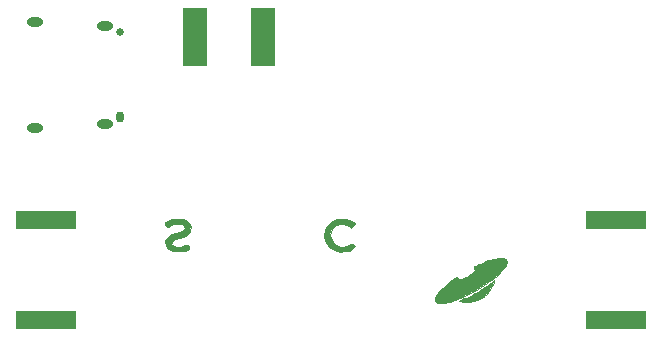
<source format=gbs>
%TF.GenerationSoftware,KiCad,Pcbnew,(5.1.7)-1*%
%TF.CreationDate,2021-09-09T12:13:45+02:00*%
%TF.ProjectId,SAW LNA Combo NOAA,53415720-4c4e-4412-9043-6f6d626f204e,rev?*%
%TF.SameCoordinates,Original*%
%TF.FileFunction,Soldermask,Bot*%
%TF.FilePolarity,Negative*%
%FSLAX46Y46*%
G04 Gerber Fmt 4.6, Leading zero omitted, Abs format (unit mm)*
G04 Created by KiCad (PCBNEW (5.1.7)-1) date 2021-09-09 12:13:45*
%MOMM*%
%LPD*%
G01*
G04 APERTURE LIST*
%ADD10C,0.010000*%
%ADD11R,2.000000X5.000000*%
%ADD12R,5.080000X1.500000*%
%ADD13C,0.650000*%
%ADD14O,0.650000X0.950000*%
%ADD15O,1.400000X0.800000*%
G04 APERTURE END LIST*
D10*
%TO.C,G\u002A\u002A\u002A*%
G36*
X130720350Y-100672586D02*
G01*
X130976523Y-100648434D01*
X131210275Y-100605340D01*
X131395082Y-100548440D01*
X131504417Y-100482870D01*
X131514271Y-100470171D01*
X131519664Y-100389390D01*
X131486920Y-100272680D01*
X131433643Y-100164303D01*
X131377439Y-100108519D01*
X131369984Y-100107422D01*
X131297291Y-100123119D01*
X131155543Y-100164086D01*
X130991892Y-100216107D01*
X130704304Y-100281129D01*
X130445149Y-100283601D01*
X130232315Y-100227453D01*
X130083692Y-100116617D01*
X130026153Y-100003921D01*
X130035017Y-99863164D01*
X130142521Y-99736144D01*
X130351264Y-99620931D01*
X130663843Y-99515595D01*
X130694621Y-99507213D01*
X131014072Y-99413038D01*
X131245984Y-99322258D01*
X131408932Y-99225207D01*
X131521488Y-99112221D01*
X131558068Y-99057914D01*
X131628739Y-98855455D01*
X131638607Y-98616836D01*
X131588083Y-98391782D01*
X131551947Y-98318174D01*
X131411868Y-98143738D01*
X131225981Y-98025621D01*
X130975837Y-97955967D01*
X130642989Y-97926921D01*
X130632536Y-97926622D01*
X130409304Y-97923713D01*
X130217440Y-97926958D01*
X130089609Y-97935624D01*
X130068053Y-97939305D01*
X129908783Y-97989426D01*
X129738334Y-98061946D01*
X129586254Y-98141708D01*
X129482089Y-98213557D01*
X129453105Y-98254735D01*
X129477967Y-98370339D01*
X129536959Y-98490395D01*
X129606692Y-98573580D01*
X129642111Y-98588660D01*
X129723976Y-98564781D01*
X129859520Y-98504020D01*
X129941002Y-98461883D01*
X130201439Y-98355279D01*
X130466953Y-98305754D01*
X130714590Y-98311994D01*
X130921393Y-98372686D01*
X131064411Y-98486517D01*
X131089840Y-98527617D01*
X131128459Y-98687399D01*
X131069447Y-98826556D01*
X130910502Y-98947087D01*
X130649321Y-99050987D01*
X130415632Y-99112371D01*
X130047718Y-99221768D01*
X129778369Y-99362903D01*
X129603068Y-99539595D01*
X129517300Y-99755664D01*
X129506579Y-99881416D01*
X129546456Y-100162400D01*
X129667733Y-100380319D01*
X129872877Y-100537202D01*
X130164353Y-100635080D01*
X130468282Y-100672662D01*
X130720350Y-100672586D01*
G37*
X130720350Y-100672586D02*
X130976523Y-100648434D01*
X131210275Y-100605340D01*
X131395082Y-100548440D01*
X131504417Y-100482870D01*
X131514271Y-100470171D01*
X131519664Y-100389390D01*
X131486920Y-100272680D01*
X131433643Y-100164303D01*
X131377439Y-100108519D01*
X131369984Y-100107422D01*
X131297291Y-100123119D01*
X131155543Y-100164086D01*
X130991892Y-100216107D01*
X130704304Y-100281129D01*
X130445149Y-100283601D01*
X130232315Y-100227453D01*
X130083692Y-100116617D01*
X130026153Y-100003921D01*
X130035017Y-99863164D01*
X130142521Y-99736144D01*
X130351264Y-99620931D01*
X130663843Y-99515595D01*
X130694621Y-99507213D01*
X131014072Y-99413038D01*
X131245984Y-99322258D01*
X131408932Y-99225207D01*
X131521488Y-99112221D01*
X131558068Y-99057914D01*
X131628739Y-98855455D01*
X131638607Y-98616836D01*
X131588083Y-98391782D01*
X131551947Y-98318174D01*
X131411868Y-98143738D01*
X131225981Y-98025621D01*
X130975837Y-97955967D01*
X130642989Y-97926921D01*
X130632536Y-97926622D01*
X130409304Y-97923713D01*
X130217440Y-97926958D01*
X130089609Y-97935624D01*
X130068053Y-97939305D01*
X129908783Y-97989426D01*
X129738334Y-98061946D01*
X129586254Y-98141708D01*
X129482089Y-98213557D01*
X129453105Y-98254735D01*
X129477967Y-98370339D01*
X129536959Y-98490395D01*
X129606692Y-98573580D01*
X129642111Y-98588660D01*
X129723976Y-98564781D01*
X129859520Y-98504020D01*
X129941002Y-98461883D01*
X130201439Y-98355279D01*
X130466953Y-98305754D01*
X130714590Y-98311994D01*
X130921393Y-98372686D01*
X131064411Y-98486517D01*
X131089840Y-98527617D01*
X131128459Y-98687399D01*
X131069447Y-98826556D01*
X130910502Y-98947087D01*
X130649321Y-99050987D01*
X130415632Y-99112371D01*
X130047718Y-99221768D01*
X129778369Y-99362903D01*
X129603068Y-99539595D01*
X129517300Y-99755664D01*
X129506579Y-99881416D01*
X129546456Y-100162400D01*
X129667733Y-100380319D01*
X129872877Y-100537202D01*
X130164353Y-100635080D01*
X130468282Y-100672662D01*
X130720350Y-100672586D01*
G36*
X144592403Y-100672149D02*
G01*
X144850600Y-100647696D01*
X145045647Y-100601304D01*
X145220736Y-100522145D01*
X145244692Y-100508649D01*
X145420392Y-100400521D01*
X145509262Y-100318765D01*
X145520931Y-100244512D01*
X145465025Y-100158891D01*
X145438018Y-100129731D01*
X145311465Y-100027806D01*
X145191248Y-100014193D01*
X145043980Y-100086624D01*
X145022202Y-100101479D01*
X144789850Y-100218358D01*
X144533423Y-100276929D01*
X144308054Y-100267911D01*
X143991797Y-100158675D01*
X143754974Y-99983692D01*
X143586383Y-99732707D01*
X143512869Y-99539897D01*
X143479014Y-99265368D01*
X143530126Y-98986096D01*
X143654529Y-98730445D01*
X143840547Y-98526782D01*
X143962058Y-98448633D01*
X144282818Y-98332780D01*
X144587662Y-98320188D01*
X144879865Y-98411076D01*
X145059509Y-98521987D01*
X145238755Y-98654514D01*
X145575421Y-98322566D01*
X145441737Y-98218278D01*
X145245946Y-98082093D01*
X145057168Y-97995724D01*
X144838441Y-97947194D01*
X144552802Y-97924526D01*
X144532684Y-97923725D01*
X144176988Y-97926560D01*
X143919737Y-97966182D01*
X143871081Y-97981679D01*
X143544965Y-98154845D01*
X143277537Y-98411082D01*
X143129000Y-98639955D01*
X143006852Y-98978262D01*
X142974164Y-99333614D01*
X143026355Y-99684515D01*
X143158844Y-100009471D01*
X143367049Y-100286985D01*
X143505564Y-100406771D01*
X143759590Y-100558541D01*
X144035930Y-100646518D01*
X144363089Y-100677663D01*
X144592403Y-100672149D01*
G37*
X144592403Y-100672149D02*
X144850600Y-100647696D01*
X145045647Y-100601304D01*
X145220736Y-100522145D01*
X145244692Y-100508649D01*
X145420392Y-100400521D01*
X145509262Y-100318765D01*
X145520931Y-100244512D01*
X145465025Y-100158891D01*
X145438018Y-100129731D01*
X145311465Y-100027806D01*
X145191248Y-100014193D01*
X145043980Y-100086624D01*
X145022202Y-100101479D01*
X144789850Y-100218358D01*
X144533423Y-100276929D01*
X144308054Y-100267911D01*
X143991797Y-100158675D01*
X143754974Y-99983692D01*
X143586383Y-99732707D01*
X143512869Y-99539897D01*
X143479014Y-99265368D01*
X143530126Y-98986096D01*
X143654529Y-98730445D01*
X143840547Y-98526782D01*
X143962058Y-98448633D01*
X144282818Y-98332780D01*
X144587662Y-98320188D01*
X144879865Y-98411076D01*
X145059509Y-98521987D01*
X145238755Y-98654514D01*
X145575421Y-98322566D01*
X145441737Y-98218278D01*
X145245946Y-98082093D01*
X145057168Y-97995724D01*
X144838441Y-97947194D01*
X144552802Y-97924526D01*
X144532684Y-97923725D01*
X144176988Y-97926560D01*
X143919737Y-97966182D01*
X143871081Y-97981679D01*
X143544965Y-98154845D01*
X143277537Y-98411082D01*
X143129000Y-98639955D01*
X143006852Y-98978262D01*
X142974164Y-99333614D01*
X143026355Y-99684515D01*
X143158844Y-100009471D01*
X143367049Y-100286985D01*
X143505564Y-100406771D01*
X143759590Y-100558541D01*
X144035930Y-100646518D01*
X144363089Y-100677663D01*
X144592403Y-100672149D01*
G36*
X156366144Y-104546590D02*
G01*
X156451729Y-104488652D01*
X156521142Y-104435680D01*
X156525247Y-104432242D01*
X156703609Y-104269002D01*
X156859775Y-104098160D01*
X156995535Y-103917008D01*
X157112680Y-103722847D01*
X157212999Y-103512971D01*
X157298284Y-103284679D01*
X157310623Y-103246358D01*
X157331422Y-103177051D01*
X157343027Y-103129842D01*
X157345594Y-103103735D01*
X157339285Y-103097733D01*
X157333999Y-103100991D01*
X157321626Y-103111765D01*
X157296379Y-103134146D01*
X157265384Y-103161807D01*
X157216097Y-103204243D01*
X157151035Y-103257779D01*
X157074541Y-103319030D01*
X156990951Y-103384611D01*
X156904602Y-103451136D01*
X156819834Y-103515219D01*
X156740983Y-103573476D01*
X156700003Y-103603025D01*
X156555214Y-103704649D01*
X156416931Y-103798119D01*
X156279701Y-103886852D01*
X156138073Y-103974263D01*
X155986596Y-104063769D01*
X155819816Y-104158786D01*
X155757846Y-104193405D01*
X155553822Y-104304893D01*
X155364441Y-104403950D01*
X155184511Y-104493010D01*
X155008844Y-104574511D01*
X154832250Y-104650889D01*
X154649539Y-104724581D01*
X154525329Y-104772086D01*
X154466190Y-104794777D01*
X154416138Y-104814934D01*
X154379397Y-104830783D01*
X154360191Y-104840548D01*
X154358379Y-104842239D01*
X154368352Y-104849950D01*
X154399086Y-104860105D01*
X154446630Y-104871986D01*
X154507035Y-104884873D01*
X154576352Y-104898048D01*
X154650628Y-104910790D01*
X154725914Y-104922381D01*
X154798259Y-104932102D01*
X154863714Y-104939232D01*
X154909954Y-104942667D01*
X155108738Y-104946088D01*
X155298697Y-104934514D01*
X155485888Y-104907020D01*
X155676376Y-104862682D01*
X155876220Y-104800576D01*
X155902748Y-104791310D01*
X155980430Y-104759740D01*
X156071529Y-104716070D01*
X156170126Y-104663712D01*
X156270304Y-104606081D01*
X156366144Y-104546590D01*
G37*
X156366144Y-104546590D02*
X156451729Y-104488652D01*
X156521142Y-104435680D01*
X156525247Y-104432242D01*
X156703609Y-104269002D01*
X156859775Y-104098160D01*
X156995535Y-103917008D01*
X157112680Y-103722847D01*
X157212999Y-103512971D01*
X157298284Y-103284679D01*
X157310623Y-103246358D01*
X157331422Y-103177051D01*
X157343027Y-103129842D01*
X157345594Y-103103735D01*
X157339285Y-103097733D01*
X157333999Y-103100991D01*
X157321626Y-103111765D01*
X157296379Y-103134146D01*
X157265384Y-103161807D01*
X157216097Y-103204243D01*
X157151035Y-103257779D01*
X157074541Y-103319030D01*
X156990951Y-103384611D01*
X156904602Y-103451136D01*
X156819834Y-103515219D01*
X156740983Y-103573476D01*
X156700003Y-103603025D01*
X156555214Y-103704649D01*
X156416931Y-103798119D01*
X156279701Y-103886852D01*
X156138073Y-103974263D01*
X155986596Y-104063769D01*
X155819816Y-104158786D01*
X155757846Y-104193405D01*
X155553822Y-104304893D01*
X155364441Y-104403950D01*
X155184511Y-104493010D01*
X155008844Y-104574511D01*
X154832250Y-104650889D01*
X154649539Y-104724581D01*
X154525329Y-104772086D01*
X154466190Y-104794777D01*
X154416138Y-104814934D01*
X154379397Y-104830783D01*
X154360191Y-104840548D01*
X154358379Y-104842239D01*
X154368352Y-104849950D01*
X154399086Y-104860105D01*
X154446630Y-104871986D01*
X154507035Y-104884873D01*
X154576352Y-104898048D01*
X154650628Y-104910790D01*
X154725914Y-104922381D01*
X154798259Y-104932102D01*
X154863714Y-104939232D01*
X154909954Y-104942667D01*
X155108738Y-104946088D01*
X155298697Y-104934514D01*
X155485888Y-104907020D01*
X155676376Y-104862682D01*
X155876220Y-104800576D01*
X155902748Y-104791310D01*
X155980430Y-104759740D01*
X156071529Y-104716070D01*
X156170126Y-104663712D01*
X156270304Y-104606081D01*
X156366144Y-104546590D01*
G36*
X155969565Y-103855297D02*
G01*
X156220413Y-103702393D01*
X156467885Y-103543462D01*
X156710635Y-103379049D01*
X156711057Y-103378756D01*
X156943596Y-103212624D01*
X157161750Y-103048090D01*
X157364856Y-102885872D01*
X157552249Y-102726687D01*
X157723263Y-102571258D01*
X157877233Y-102420299D01*
X158013496Y-102274531D01*
X158131386Y-102134673D01*
X158230240Y-102001440D01*
X158309390Y-101875555D01*
X158368175Y-101757733D01*
X158405928Y-101648694D01*
X158421984Y-101549158D01*
X158422539Y-101528722D01*
X158410725Y-101450957D01*
X158377135Y-101380426D01*
X158324754Y-101322294D01*
X158289039Y-101297494D01*
X158198872Y-101258398D01*
X158089394Y-101233408D01*
X157961538Y-101222328D01*
X157816235Y-101224966D01*
X157654419Y-101241126D01*
X157477020Y-101270616D01*
X157284973Y-101313242D01*
X157079208Y-101368810D01*
X156860659Y-101437126D01*
X156630256Y-101517996D01*
X156388933Y-101611227D01*
X156137622Y-101716625D01*
X156018040Y-101769537D01*
X155943819Y-101803144D01*
X155872192Y-101836003D01*
X155808232Y-101865755D01*
X155757019Y-101890038D01*
X155724785Y-101905896D01*
X155653018Y-101942668D01*
X155656787Y-102029896D01*
X155659255Y-102075914D01*
X155663423Y-102103784D01*
X155671882Y-102120408D01*
X155687220Y-102132687D01*
X155697742Y-102139037D01*
X155729282Y-102167878D01*
X155738684Y-102204968D01*
X155726017Y-102251529D01*
X155705977Y-102287457D01*
X155650943Y-102361533D01*
X155580363Y-102436223D01*
X155492370Y-102513113D01*
X155385095Y-102593793D01*
X155256672Y-102679849D01*
X155208962Y-102709929D01*
X155057959Y-102798825D01*
X154912691Y-102874408D01*
X154775453Y-102935740D01*
X154648543Y-102981881D01*
X154534259Y-103011892D01*
X154439232Y-103024619D01*
X154374223Y-103023755D01*
X154330258Y-103012221D01*
X154305503Y-102988891D01*
X154298128Y-102952639D01*
X154299097Y-102938489D01*
X154304014Y-102895750D01*
X154237716Y-102851598D01*
X154201651Y-102828704D01*
X154173549Y-102812915D01*
X154160634Y-102807911D01*
X154147246Y-102814836D01*
X154117383Y-102833639D01*
X154074786Y-102861861D01*
X154023197Y-102897042D01*
X153991853Y-102918811D01*
X153760623Y-103084870D01*
X153543265Y-103249932D01*
X153340622Y-103413141D01*
X153153534Y-103573646D01*
X152982843Y-103730591D01*
X152829393Y-103883123D01*
X152694021Y-104030387D01*
X152577570Y-104171530D01*
X152480884Y-104305698D01*
X152404802Y-104432036D01*
X152350167Y-104549692D01*
X152331548Y-104603686D01*
X152311177Y-104685369D01*
X152305091Y-104752821D01*
X152313577Y-104812342D01*
X152336922Y-104870231D01*
X152344335Y-104883822D01*
X152382526Y-104936865D01*
X152431904Y-104978034D01*
X152496706Y-105009933D01*
X152581170Y-105035165D01*
X152596316Y-105038651D01*
X152717940Y-105056089D01*
X152857746Y-105058803D01*
X153014385Y-105047340D01*
X153186511Y-105022239D01*
X153372777Y-104984047D01*
X153571834Y-104933307D01*
X153782336Y-104870561D01*
X154002936Y-104796354D01*
X154232285Y-104711228D01*
X154469038Y-104615728D01*
X154711847Y-104510396D01*
X154959363Y-104395778D01*
X155210240Y-104272415D01*
X155463131Y-104140851D01*
X155716689Y-104001632D01*
X155969565Y-103855297D01*
G37*
X155969565Y-103855297D02*
X156220413Y-103702393D01*
X156467885Y-103543462D01*
X156710635Y-103379049D01*
X156711057Y-103378756D01*
X156943596Y-103212624D01*
X157161750Y-103048090D01*
X157364856Y-102885872D01*
X157552249Y-102726687D01*
X157723263Y-102571258D01*
X157877233Y-102420299D01*
X158013496Y-102274531D01*
X158131386Y-102134673D01*
X158230240Y-102001440D01*
X158309390Y-101875555D01*
X158368175Y-101757733D01*
X158405928Y-101648694D01*
X158421984Y-101549158D01*
X158422539Y-101528722D01*
X158410725Y-101450957D01*
X158377135Y-101380426D01*
X158324754Y-101322294D01*
X158289039Y-101297494D01*
X158198872Y-101258398D01*
X158089394Y-101233408D01*
X157961538Y-101222328D01*
X157816235Y-101224966D01*
X157654419Y-101241126D01*
X157477020Y-101270616D01*
X157284973Y-101313242D01*
X157079208Y-101368810D01*
X156860659Y-101437126D01*
X156630256Y-101517996D01*
X156388933Y-101611227D01*
X156137622Y-101716625D01*
X156018040Y-101769537D01*
X155943819Y-101803144D01*
X155872192Y-101836003D01*
X155808232Y-101865755D01*
X155757019Y-101890038D01*
X155724785Y-101905896D01*
X155653018Y-101942668D01*
X155656787Y-102029896D01*
X155659255Y-102075914D01*
X155663423Y-102103784D01*
X155671882Y-102120408D01*
X155687220Y-102132687D01*
X155697742Y-102139037D01*
X155729282Y-102167878D01*
X155738684Y-102204968D01*
X155726017Y-102251529D01*
X155705977Y-102287457D01*
X155650943Y-102361533D01*
X155580363Y-102436223D01*
X155492370Y-102513113D01*
X155385095Y-102593793D01*
X155256672Y-102679849D01*
X155208962Y-102709929D01*
X155057959Y-102798825D01*
X154912691Y-102874408D01*
X154775453Y-102935740D01*
X154648543Y-102981881D01*
X154534259Y-103011892D01*
X154439232Y-103024619D01*
X154374223Y-103023755D01*
X154330258Y-103012221D01*
X154305503Y-102988891D01*
X154298128Y-102952639D01*
X154299097Y-102938489D01*
X154304014Y-102895750D01*
X154237716Y-102851598D01*
X154201651Y-102828704D01*
X154173549Y-102812915D01*
X154160634Y-102807911D01*
X154147246Y-102814836D01*
X154117383Y-102833639D01*
X154074786Y-102861861D01*
X154023197Y-102897042D01*
X153991853Y-102918811D01*
X153760623Y-103084870D01*
X153543265Y-103249932D01*
X153340622Y-103413141D01*
X153153534Y-103573646D01*
X152982843Y-103730591D01*
X152829393Y-103883123D01*
X152694021Y-104030387D01*
X152577570Y-104171530D01*
X152480884Y-104305698D01*
X152404802Y-104432036D01*
X152350167Y-104549692D01*
X152331548Y-104603686D01*
X152311177Y-104685369D01*
X152305091Y-104752821D01*
X152313577Y-104812342D01*
X152336922Y-104870231D01*
X152344335Y-104883822D01*
X152382526Y-104936865D01*
X152431904Y-104978034D01*
X152496706Y-105009933D01*
X152581170Y-105035165D01*
X152596316Y-105038651D01*
X152717940Y-105056089D01*
X152857746Y-105058803D01*
X153014385Y-105047340D01*
X153186511Y-105022239D01*
X153372777Y-104984047D01*
X153571834Y-104933307D01*
X153782336Y-104870561D01*
X154002936Y-104796354D01*
X154232285Y-104711228D01*
X154469038Y-104615728D01*
X154711847Y-104510396D01*
X154959363Y-104395778D01*
X155210240Y-104272415D01*
X155463131Y-104140851D01*
X155716689Y-104001632D01*
X155969565Y-103855297D01*
%TD*%
D11*
%TO.C,GND*%
X137795000Y-82550000D03*
%TD*%
%TO.C,Vcc*%
X132029200Y-82550000D03*
%TD*%
D12*
%TO.C,J1*%
X119380000Y-97985000D03*
X119380000Y-106485000D03*
%TD*%
%TO.C,J2*%
X167640000Y-106485000D03*
X167640000Y-97985000D03*
%TD*%
D13*
%TO.C,P1*%
X125645000Y-82125000D03*
D14*
X125645000Y-89325000D03*
D15*
X118445000Y-81235000D03*
X118445000Y-90215000D03*
X124395000Y-89855000D03*
X124395000Y-81595000D03*
%TD*%
M02*

</source>
